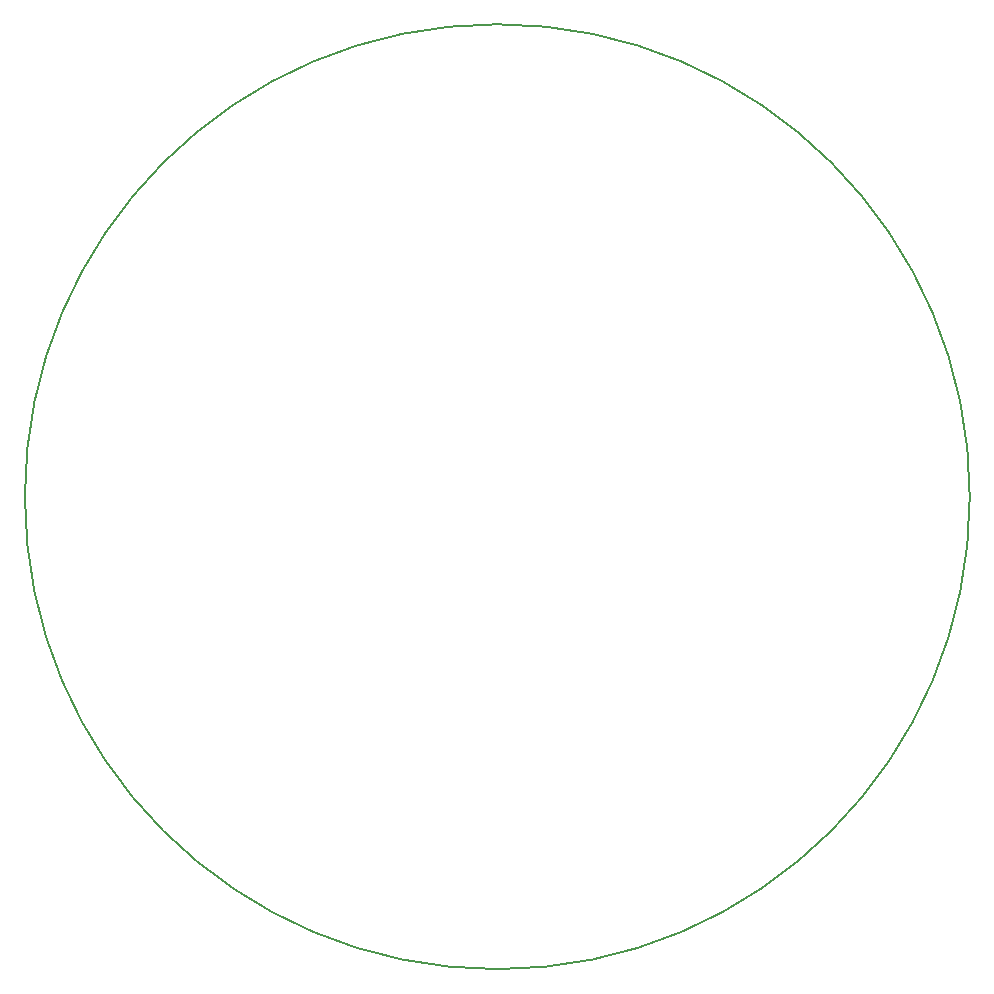
<source format=gbr>
%TF.GenerationSoftware,KiCad,Pcbnew,(7.0.0-0)*%
%TF.CreationDate,2023-03-07T20:42:41-06:00*%
%TF.ProjectId,RP2040_minimal,52503230-3430-45f6-9d69-6e696d616c2e,REV1*%
%TF.SameCoordinates,Original*%
%TF.FileFunction,Profile,NP*%
%FSLAX46Y46*%
G04 Gerber Fmt 4.6, Leading zero omitted, Abs format (unit mm)*
G04 Created by KiCad (PCBNEW (7.0.0-0)) date 2023-03-07 20:42:41*
%MOMM*%
%LPD*%
G01*
G04 APERTURE LIST*
%TA.AperFunction,Profile*%
%ADD10C,0.200000*%
%TD*%
G04 APERTURE END LIST*
D10*
X40000000Y0D02*
G75*
G03*
X40000000Y0I-40000000J0D01*
G01*
M02*

</source>
